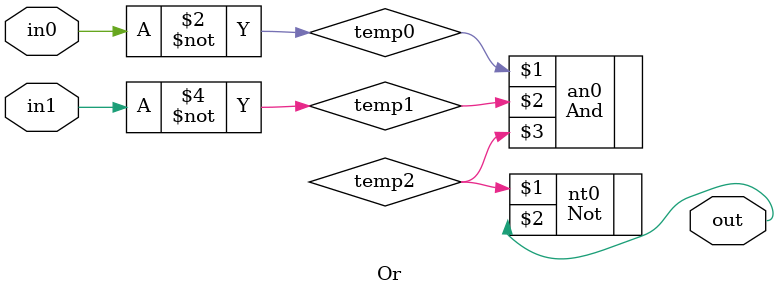
<source format=v>
module Or(in0, in1, out);
input in0, in1;
output out;
wire temp0, temp1, temp2;

nand nd0(temp0, in0, 1'b1);
nand nd1(temp1, in1, 1'b1);
And an0(temp0, temp1, temp2);
Not nt0(temp2, out);

endmodule
</source>
